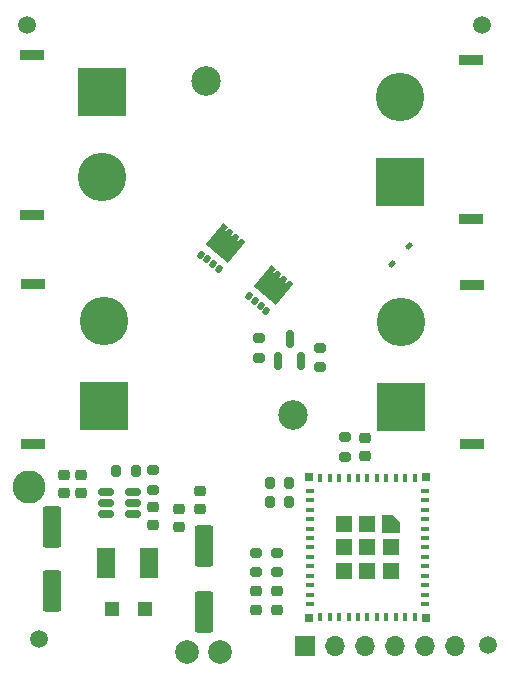
<source format=gbr>
%TF.GenerationSoftware,KiCad,Pcbnew,7.0.7*%
%TF.CreationDate,2023-09-08T10:51:00+10:00*%
%TF.ProjectId,JonoBro,4a6f6e6f-4272-46f2-9e6b-696361645f70,rev?*%
%TF.SameCoordinates,Original*%
%TF.FileFunction,Soldermask,Top*%
%TF.FilePolarity,Negative*%
%FSLAX46Y46*%
G04 Gerber Fmt 4.6, Leading zero omitted, Abs format (unit mm)*
G04 Created by KiCad (PCBNEW 7.0.7) date 2023-09-08 10:51:00*
%MOMM*%
%LPD*%
G01*
G04 APERTURE LIST*
G04 Aperture macros list*
%AMRoundRect*
0 Rectangle with rounded corners*
0 $1 Rounding radius*
0 $2 $3 $4 $5 $6 $7 $8 $9 X,Y pos of 4 corners*
0 Add a 4 corners polygon primitive as box body*
4,1,4,$2,$3,$4,$5,$6,$7,$8,$9,$2,$3,0*
0 Add four circle primitives for the rounded corners*
1,1,$1+$1,$2,$3*
1,1,$1+$1,$4,$5*
1,1,$1+$1,$6,$7*
1,1,$1+$1,$8,$9*
0 Add four rect primitives between the rounded corners*
20,1,$1+$1,$2,$3,$4,$5,0*
20,1,$1+$1,$4,$5,$6,$7,0*
20,1,$1+$1,$6,$7,$8,$9,0*
20,1,$1+$1,$8,$9,$2,$3,0*%
%AMRotRect*
0 Rectangle, with rotation*
0 The origin of the aperture is its center*
0 $1 length*
0 $2 width*
0 $3 Rotation angle, in degrees counterclockwise*
0 Add horizontal line*
21,1,$1,$2,0,0,$3*%
%AMFreePoly0*
4,1,17,1.371000,0.720000,0.950000,0.720000,0.950000,0.580000,1.370000,0.580000,1.370000,0.080000,0.950000,0.080000,0.950000,-0.080000,1.370000,-0.080000,1.370000,-0.580000,0.950000,-0.580000,0.950000,-0.720000,1.370000,-0.720000,1.370000,-1.225000,-0.950000,-1.225000,-0.950000,1.225001,1.371000,1.225000,1.371000,0.720000,1.371000,0.720000,$1*%
%AMFreePoly1*
4,1,6,0.725000,-0.725000,-0.725000,-0.725000,-0.725000,0.125000,-0.125000,0.725000,0.725000,0.725000,0.725000,-0.725000,0.725000,-0.725000,$1*%
G04 Aperture macros list end*
%ADD10C,1.500000*%
%ADD11RoundRect,0.200000X0.275000X-0.200000X0.275000X0.200000X-0.275000X0.200000X-0.275000X-0.200000X0*%
%ADD12RoundRect,0.225000X0.250000X-0.225000X0.250000X0.225000X-0.250000X0.225000X-0.250000X-0.225000X0*%
%ADD13C,2.500000*%
%ADD14RoundRect,0.218750X0.256250X-0.218750X0.256250X0.218750X-0.256250X0.218750X-0.256250X-0.218750X0*%
%ADD15R,1.700000X1.700000*%
%ADD16O,1.700000X1.700000*%
%ADD17RoundRect,0.200000X-0.275000X0.200000X-0.275000X-0.200000X0.275000X-0.200000X0.275000X0.200000X0*%
%ADD18RoundRect,0.200000X-0.200000X-0.275000X0.200000X-0.275000X0.200000X0.275000X-0.200000X0.275000X0*%
%ADD19RoundRect,0.250000X-0.550000X1.500000X-0.550000X-1.500000X0.550000X-1.500000X0.550000X1.500000X0*%
%ADD20C,2.800000*%
%ADD21R,1.200000X1.200000*%
%ADD22R,2.000000X0.900000*%
%ADD23R,4.100000X4.100000*%
%ADD24C,4.100000*%
%ADD25RotRect,0.630000X0.500000X50.000000*%
%ADD26FreePoly0,50.000000*%
%ADD27RoundRect,0.112500X0.053033X0.212132X-0.212132X-0.053033X-0.053033X-0.212132X0.212132X0.053033X0*%
%ADD28R,0.700000X0.700000*%
%ADD29R,1.450000X1.450000*%
%ADD30FreePoly1,270.000000*%
%ADD31R,0.800000X0.400000*%
%ADD32R,0.400000X0.800000*%
%ADD33RoundRect,0.200000X0.200000X0.275000X-0.200000X0.275000X-0.200000X-0.275000X0.200000X-0.275000X0*%
%ADD34RoundRect,0.225000X-0.250000X0.225000X-0.250000X-0.225000X0.250000X-0.225000X0.250000X0.225000X0*%
%ADD35RoundRect,0.150000X0.150000X-0.587500X0.150000X0.587500X-0.150000X0.587500X-0.150000X-0.587500X0*%
%ADD36RoundRect,0.150000X0.512500X0.150000X-0.512500X0.150000X-0.512500X-0.150000X0.512500X-0.150000X0*%
%ADD37R,1.500000X2.500000*%
%ADD38C,2.000000*%
G04 APERTURE END LIST*
D10*
%TO.C,FID4*%
X122500000Y-117500000D03*
%TD*%
%TO.C,FID3*%
X160500000Y-118000000D03*
%TD*%
%TO.C,FID2*%
X160000000Y-65500000D03*
%TD*%
%TO.C,FID1*%
X121500000Y-65500000D03*
%TD*%
D11*
%TO.C,R8*%
X141088353Y-93678731D03*
X141088353Y-92028731D03*
%TD*%
D12*
%TO.C,C7*%
X134289908Y-108024973D03*
X134289908Y-106474973D03*
%TD*%
D13*
%TO.C,H1*%
X144000000Y-98500000D03*
%TD*%
%TO.C,H2*%
X136588353Y-70253731D03*
%TD*%
D14*
%TO.C,D2*%
X140838353Y-115041231D03*
X140838353Y-113466231D03*
%TD*%
D11*
%TO.C,R1*%
X132162395Y-104882780D03*
X132162395Y-103232780D03*
%TD*%
%TO.C,R6*%
X142588353Y-111828731D03*
X142588353Y-110178731D03*
%TD*%
D15*
%TO.C,J5*%
X144974320Y-118053731D03*
D16*
X147514320Y-118053731D03*
X150054320Y-118053731D03*
X152594320Y-118053731D03*
X155134320Y-118053731D03*
X157674320Y-118053731D03*
%TD*%
D17*
%TO.C,R9*%
X146288353Y-92828731D03*
X146288353Y-94478731D03*
%TD*%
D18*
%TO.C,R7*%
X143663353Y-104253731D03*
X142013353Y-104253731D03*
%TD*%
D19*
%TO.C,C5*%
X136467663Y-109600687D03*
X136467663Y-115200687D03*
%TD*%
%TO.C,C1*%
X123567663Y-108053731D03*
X123567663Y-113453731D03*
%TD*%
D14*
%TO.C,D3*%
X142588353Y-115041231D03*
X142588353Y-113466231D03*
%TD*%
D20*
%TO.C,TP3*%
X121600000Y-104600000D03*
%TD*%
D12*
%TO.C,C8*%
X150088353Y-100478731D03*
X150088353Y-102028731D03*
%TD*%
D21*
%TO.C,D1*%
X128640199Y-114928152D03*
X131440199Y-114928152D03*
%TD*%
D22*
%TO.C,J1*%
X121850000Y-81571987D03*
D23*
X127850000Y-71221987D03*
D22*
X121850000Y-68071987D03*
D24*
X127850000Y-78421987D03*
%TD*%
D11*
%TO.C,R3*%
X140838353Y-111828731D03*
X140838353Y-110178731D03*
%TD*%
D25*
%TO.C,Q3*%
X140249751Y-88470842D03*
X140740019Y-88882226D03*
X141245609Y-89306466D03*
X141735877Y-89717850D03*
D26*
X142165901Y-87696315D03*
%TD*%
D12*
%TO.C,C3*%
X126067663Y-105175687D03*
X126067663Y-103625687D03*
%TD*%
D11*
%TO.C,R5*%
X148400825Y-102078731D03*
X148400825Y-100428731D03*
%TD*%
D27*
%TO.C,D4*%
X153838507Y-84230679D03*
X152353583Y-85715603D03*
%TD*%
D28*
%TO.C,U2*%
X155232962Y-103799122D03*
X145332962Y-103799122D03*
X145332962Y-115699122D03*
X155232962Y-115699122D03*
D29*
X148307962Y-111724122D03*
X150282962Y-111724122D03*
X152257962Y-111724122D03*
X148307962Y-109749122D03*
X150282962Y-109749122D03*
X152257962Y-109749122D03*
X148307962Y-107774122D03*
X150282962Y-107774122D03*
D30*
X152257962Y-107774122D03*
D31*
X155182962Y-104949122D03*
X155182962Y-105749122D03*
X155182962Y-106549122D03*
X155182962Y-107349122D03*
X155182962Y-108149122D03*
X155182962Y-108949122D03*
X155182962Y-109749122D03*
X155182962Y-110549122D03*
X155182962Y-111349122D03*
X155182962Y-112149122D03*
X155182962Y-112949122D03*
X155182962Y-113749122D03*
X155182962Y-114549122D03*
D32*
X154282962Y-115649122D03*
X153482962Y-115649122D03*
X152682962Y-115649122D03*
X151882962Y-115649122D03*
X151082962Y-115649122D03*
X150282962Y-115649122D03*
X149482962Y-115649122D03*
X148682962Y-115649122D03*
X147882962Y-115649122D03*
X147082962Y-115649122D03*
X146282962Y-115649122D03*
D31*
X145382962Y-114549122D03*
X145382962Y-113749122D03*
X145382962Y-112949122D03*
X145382962Y-112149122D03*
X145382962Y-111349122D03*
X145382962Y-110549122D03*
X145382962Y-109749122D03*
X145382962Y-108949122D03*
X145382962Y-108149122D03*
X145382962Y-107349122D03*
X145382962Y-106549122D03*
X145382962Y-105749122D03*
X145382962Y-104949122D03*
D32*
X146282962Y-103849122D03*
X147082962Y-103849122D03*
X147882962Y-103849122D03*
X148682962Y-103849122D03*
X149482962Y-103849122D03*
X150282962Y-103849122D03*
X151082962Y-103849122D03*
X151882962Y-103849122D03*
X152682962Y-103849122D03*
X153482962Y-103849122D03*
X154282962Y-103849122D03*
%TD*%
D33*
%TO.C,R2*%
X130653448Y-103278427D03*
X129003448Y-103278427D03*
%TD*%
D34*
%TO.C,C4*%
X132167663Y-106325687D03*
X132167663Y-107875687D03*
%TD*%
D35*
%TO.C,Q2*%
X142738353Y-93991231D03*
X144638353Y-93991231D03*
X143688353Y-92116231D03*
%TD*%
D36*
%TO.C,U1*%
X130405126Y-106946096D03*
X130405126Y-105996096D03*
X130405126Y-105046096D03*
X128130126Y-105046096D03*
X128130126Y-105996096D03*
X128130126Y-106946096D03*
%TD*%
D22*
%TO.C,J2*%
X159138353Y-87503731D03*
D23*
X153138353Y-97853731D03*
D22*
X159138353Y-101003731D03*
D24*
X153138353Y-90653731D03*
%TD*%
D12*
%TO.C,C6*%
X136088353Y-106528731D03*
X136088353Y-104978731D03*
%TD*%
D37*
%TO.C,L1*%
X128117663Y-111100687D03*
X131817663Y-111100687D03*
%TD*%
D12*
%TO.C,C2*%
X124567663Y-105175687D03*
X124567663Y-103625687D03*
%TD*%
D38*
%TO.C,TP1*%
X137800000Y-118600000D03*
%TD*%
%TO.C,TP2*%
X135000000Y-118600000D03*
%TD*%
D18*
%TO.C,R4*%
X143671646Y-105871537D03*
X142021646Y-105871537D03*
%TD*%
D22*
%TO.C,J4*%
X121950000Y-100950000D03*
D23*
X127950000Y-97800000D03*
D22*
X121950000Y-87450000D03*
D24*
X127950000Y-90600000D03*
%TD*%
D25*
%TO.C,Q1*%
X136200213Y-84950405D03*
X136690481Y-85361789D03*
X137196071Y-85786029D03*
X137686339Y-86197413D03*
D26*
X138116363Y-84175878D03*
%TD*%
D22*
%TO.C,J3*%
X159062574Y-68479017D03*
D23*
X153062574Y-78829017D03*
D22*
X159062574Y-81979017D03*
D24*
X153062574Y-71629017D03*
%TD*%
M02*

</source>
